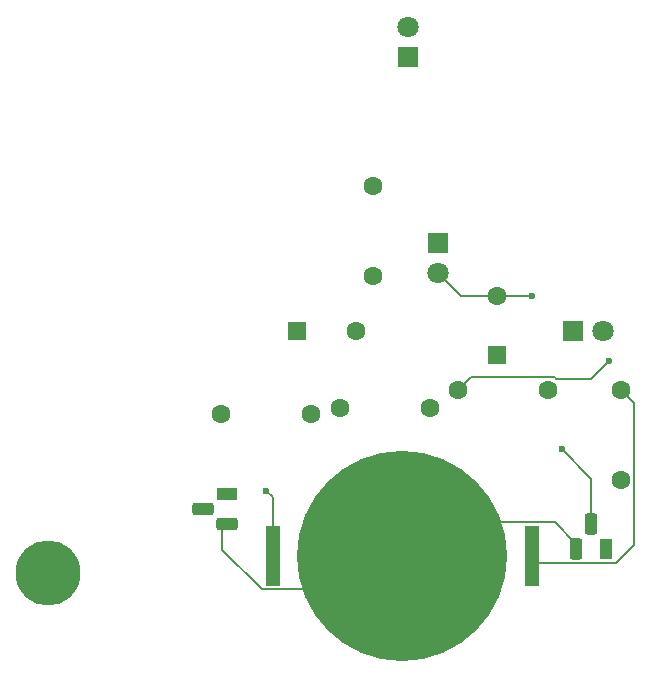
<source format=gbr>
%TF.GenerationSoftware,KiCad,Pcbnew,9.0.2*%
%TF.CreationDate,2025-06-19T19:47:11-10:00*%
%TF.ProjectId,Happy Birthday PCB,48617070-7920-4426-9972-746864617920,rev?*%
%TF.SameCoordinates,Original*%
%TF.FileFunction,Copper,L2,Bot*%
%TF.FilePolarity,Positive*%
%FSLAX46Y46*%
G04 Gerber Fmt 4.6, Leading zero omitted, Abs format (unit mm)*
G04 Created by KiCad (PCBNEW 9.0.2) date 2025-06-19 19:47:11*
%MOMM*%
%LPD*%
G01*
G04 APERTURE LIST*
G04 Aperture macros list*
%AMRoundRect*
0 Rectangle with rounded corners*
0 $1 Rounding radius*
0 $2 $3 $4 $5 $6 $7 $8 $9 X,Y pos of 4 corners*
0 Add a 4 corners polygon primitive as box body*
4,1,4,$2,$3,$4,$5,$6,$7,$8,$9,$2,$3,0*
0 Add four circle primitives for the rounded corners*
1,1,$1+$1,$2,$3*
1,1,$1+$1,$4,$5*
1,1,$1+$1,$6,$7*
1,1,$1+$1,$8,$9*
0 Add four rect primitives between the rounded corners*
20,1,$1+$1,$2,$3,$4,$5,0*
20,1,$1+$1,$4,$5,$6,$7,0*
20,1,$1+$1,$6,$7,$8,$9,0*
20,1,$1+$1,$8,$9,$2,$3,0*%
G04 Aperture macros list end*
%TA.AperFunction,ComponentPad*%
%ADD10C,1.600000*%
%TD*%
%TA.AperFunction,ComponentPad*%
%ADD11R,1.800000X1.100000*%
%TD*%
%TA.AperFunction,ComponentPad*%
%ADD12RoundRect,0.275000X-0.625000X0.275000X-0.625000X-0.275000X0.625000X-0.275000X0.625000X0.275000X0*%
%TD*%
%TA.AperFunction,ComponentPad*%
%ADD13R,1.100000X1.800000*%
%TD*%
%TA.AperFunction,ComponentPad*%
%ADD14RoundRect,0.275000X0.275000X0.625000X-0.275000X0.625000X-0.275000X-0.625000X0.275000X-0.625000X0*%
%TD*%
%TA.AperFunction,ComponentPad*%
%ADD15R,1.800000X1.800000*%
%TD*%
%TA.AperFunction,ComponentPad*%
%ADD16C,1.800000*%
%TD*%
%TA.AperFunction,ComponentPad*%
%ADD17RoundRect,0.250000X0.550000X-0.550000X0.550000X0.550000X-0.550000X0.550000X-0.550000X-0.550000X0*%
%TD*%
%TA.AperFunction,ComponentPad*%
%ADD18RoundRect,0.250000X-0.550000X-0.550000X0.550000X-0.550000X0.550000X0.550000X-0.550000X0.550000X0*%
%TD*%
%TA.AperFunction,SMDPad,CuDef*%
%ADD19R,1.270000X5.080000*%
%TD*%
%TA.AperFunction,SMDPad,CuDef*%
%ADD20C,17.800000*%
%TD*%
%TA.AperFunction,ViaPad*%
%ADD21C,5.500000*%
%TD*%
%TA.AperFunction,ViaPad*%
%ADD22C,0.600000*%
%TD*%
%TA.AperFunction,Conductor*%
%ADD23C,0.200000*%
%TD*%
G04 APERTURE END LIST*
D10*
%TO.P,R5,1*%
%TO.N,Net-(BT1-+)*%
X93500000Y-43810000D03*
%TO.P,R5,2*%
%TO.N,Net-(D3-A)*%
X93500000Y-36190000D03*
%TD*%
%TO.P,R4,1*%
%TO.N,Net-(BT1-+)*%
X114500000Y-53500000D03*
%TO.P,R4,2*%
%TO.N,Net-(D2-A)*%
X114500000Y-61120000D03*
%TD*%
%TO.P,R3,1*%
%TO.N,Net-(BT1-+)*%
X100690000Y-53500000D03*
%TO.P,R3,2*%
%TO.N,Net-(Q1-B)*%
X108310000Y-53500000D03*
%TD*%
%TO.P,R2,2*%
%TO.N,Net-(Q2-B)*%
X98310000Y-55000000D03*
%TO.P,R2,1*%
%TO.N,Net-(BT1-+)*%
X90690000Y-55000000D03*
%TD*%
%TO.P,R1,1*%
%TO.N,Net-(BT1-+)*%
X88310000Y-55500000D03*
%TO.P,R1,2*%
%TO.N,Net-(D1-A)*%
X80690000Y-55500000D03*
%TD*%
D11*
%TO.P,Q2,1,C*%
%TO.N,Net-(D1-A)*%
X81170000Y-62230000D03*
D12*
%TO.P,Q2,2,B*%
%TO.N,Net-(Q2-B)*%
X79100000Y-63500000D03*
%TO.P,Q2,3,E*%
%TO.N,Net-(BT1--)*%
X81170000Y-64770000D03*
%TD*%
D13*
%TO.P,Q1,1,C*%
%TO.N,Net-(D2-A)*%
X113270000Y-66900000D03*
D14*
%TO.P,Q1,2,B*%
%TO.N,Net-(Q1-B)*%
X112000000Y-64830000D03*
%TO.P,Q1,3,E*%
%TO.N,Net-(BT1--)*%
X110730000Y-66900000D03*
%TD*%
D15*
%TO.P,D3,1,K*%
%TO.N,Net-(BT1--)*%
X96500000Y-25275000D03*
D16*
%TO.P,D3,2,A*%
%TO.N,Net-(D3-A)*%
X96500000Y-22735000D03*
%TD*%
D15*
%TO.P,D2,1,K*%
%TO.N,Net-(BT1--)*%
X99000000Y-41000000D03*
D16*
%TO.P,D2,2,A*%
%TO.N,Net-(D2-A)*%
X99000000Y-43540000D03*
%TD*%
D15*
%TO.P,D1,1,K*%
%TO.N,Net-(BT1--)*%
X110460000Y-48500000D03*
D16*
%TO.P,D1,2,A*%
%TO.N,Net-(D1-A)*%
X113000000Y-48500000D03*
%TD*%
D17*
%TO.P,C2,1*%
%TO.N,Net-(Q2-B)*%
X104000000Y-50500000D03*
D10*
%TO.P,C2,2*%
%TO.N,Net-(D2-A)*%
X104000000Y-45500000D03*
%TD*%
%TO.P,C1,2*%
%TO.N,Net-(Q1-B)*%
X92097349Y-48500000D03*
D18*
%TO.P,C1,1*%
%TO.N,Net-(D1-A)*%
X87097349Y-48500000D03*
%TD*%
D19*
%TO.P,BT1,1,+*%
%TO.N,Net-(BT1-+)*%
X106985000Y-67500000D03*
X85015000Y-67500000D03*
D20*
%TO.P,BT1,2,-*%
%TO.N,Net-(BT1--)*%
X96000000Y-67500000D03*
%TD*%
D21*
%TO.N,*%
X66000000Y-69000000D03*
D22*
%TO.N,Net-(BT1-+)*%
X84500000Y-62000000D03*
%TO.N,Net-(Q1-B)*%
X109500000Y-58500000D03*
%TO.N,Net-(D2-A)*%
X107000000Y-45500000D03*
%TO.N,Net-(BT1-+)*%
X113500000Y-51000000D03*
%TD*%
D23*
%TO.N,Net-(BT1--)*%
X80770000Y-67032000D02*
X80770000Y-64770000D01*
X84079000Y-70341000D02*
X80770000Y-67032000D01*
X96000000Y-67500000D02*
X93159000Y-70341000D01*
X93159000Y-70341000D02*
X84079000Y-70341000D01*
X108889000Y-64659000D02*
X110730000Y-66500000D01*
X98841000Y-64659000D02*
X108889000Y-64659000D01*
X96000000Y-67500000D02*
X98841000Y-64659000D01*
%TO.N,Net-(BT1-+)*%
X115601000Y-66621000D02*
X115601000Y-54601000D01*
X114121000Y-68101000D02*
X115601000Y-66621000D01*
X107586000Y-68101000D02*
X114121000Y-68101000D01*
X115601000Y-54601000D02*
X114500000Y-53500000D01*
X106985000Y-67500000D02*
X107586000Y-68101000D01*
X85015000Y-62515000D02*
X85015000Y-67500000D01*
X84500000Y-62000000D02*
X85015000Y-62515000D01*
%TO.N,Net-(Q1-B)*%
X109500000Y-58500000D02*
X112000000Y-61000000D01*
X112000000Y-61000000D02*
X112000000Y-65230000D01*
%TO.N,Net-(D2-A)*%
X100960000Y-45500000D02*
X99000000Y-43540000D01*
X104000000Y-45500000D02*
X100960000Y-45500000D01*
X107000000Y-45500000D02*
X104000000Y-45500000D01*
%TO.N,Net-(BT1-+)*%
X108899000Y-52399000D02*
X101791000Y-52399000D01*
X109000000Y-52500000D02*
X108899000Y-52399000D01*
X101791000Y-52399000D02*
X100690000Y-53500000D01*
X112000000Y-52500000D02*
X109000000Y-52500000D01*
X113500000Y-51000000D02*
X112000000Y-52500000D01*
%TD*%
M02*

</source>
